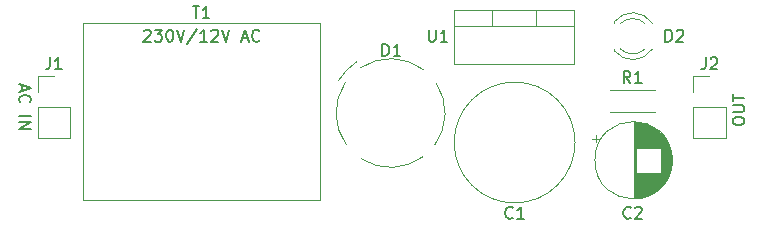
<source format=gbr>
%TF.GenerationSoftware,KiCad,Pcbnew,9.0.4*%
%TF.CreationDate,2025-10-03T00:17:37+05:30*%
%TF.ProjectId,Project 3,50726f6a-6563-4742-9033-2e6b69636164,rev?*%
%TF.SameCoordinates,Original*%
%TF.FileFunction,Legend,Top*%
%TF.FilePolarity,Positive*%
%FSLAX46Y46*%
G04 Gerber Fmt 4.6, Leading zero omitted, Abs format (unit mm)*
G04 Created by KiCad (PCBNEW 9.0.4) date 2025-10-03 00:17:37*
%MOMM*%
%LPD*%
G01*
G04 APERTURE LIST*
%ADD10C,0.150000*%
%ADD11C,0.120000*%
%ADD12C,0.100000*%
G04 APERTURE END LIST*
D10*
X120830895Y-98119048D02*
X120830895Y-98595238D01*
X120545180Y-98023810D02*
X121545180Y-98357143D01*
X121545180Y-98357143D02*
X120545180Y-98690476D01*
X120640419Y-99595238D02*
X120592800Y-99547619D01*
X120592800Y-99547619D02*
X120545180Y-99404762D01*
X120545180Y-99404762D02*
X120545180Y-99309524D01*
X120545180Y-99309524D02*
X120592800Y-99166667D01*
X120592800Y-99166667D02*
X120688038Y-99071429D01*
X120688038Y-99071429D02*
X120783276Y-99023810D01*
X120783276Y-99023810D02*
X120973752Y-98976191D01*
X120973752Y-98976191D02*
X121116609Y-98976191D01*
X121116609Y-98976191D02*
X121307085Y-99023810D01*
X121307085Y-99023810D02*
X121402323Y-99071429D01*
X121402323Y-99071429D02*
X121497561Y-99166667D01*
X121497561Y-99166667D02*
X121545180Y-99309524D01*
X121545180Y-99309524D02*
X121545180Y-99404762D01*
X121545180Y-99404762D02*
X121497561Y-99547619D01*
X121497561Y-99547619D02*
X121449942Y-99595238D01*
X120545180Y-100785715D02*
X121545180Y-100785715D01*
X120545180Y-101261905D02*
X121545180Y-101261905D01*
X121545180Y-101261905D02*
X120545180Y-101833333D01*
X120545180Y-101833333D02*
X121545180Y-101833333D01*
X175261905Y-94454819D02*
X175261905Y-93454819D01*
X175261905Y-93454819D02*
X175500000Y-93454819D01*
X175500000Y-93454819D02*
X175642857Y-93502438D01*
X175642857Y-93502438D02*
X175738095Y-93597676D01*
X175738095Y-93597676D02*
X175785714Y-93692914D01*
X175785714Y-93692914D02*
X175833333Y-93883390D01*
X175833333Y-93883390D02*
X175833333Y-94026247D01*
X175833333Y-94026247D02*
X175785714Y-94216723D01*
X175785714Y-94216723D02*
X175738095Y-94311961D01*
X175738095Y-94311961D02*
X175642857Y-94407200D01*
X175642857Y-94407200D02*
X175500000Y-94454819D01*
X175500000Y-94454819D02*
X175261905Y-94454819D01*
X176214286Y-93550057D02*
X176261905Y-93502438D01*
X176261905Y-93502438D02*
X176357143Y-93454819D01*
X176357143Y-93454819D02*
X176595238Y-93454819D01*
X176595238Y-93454819D02*
X176690476Y-93502438D01*
X176690476Y-93502438D02*
X176738095Y-93550057D01*
X176738095Y-93550057D02*
X176785714Y-93645295D01*
X176785714Y-93645295D02*
X176785714Y-93740533D01*
X176785714Y-93740533D02*
X176738095Y-93883390D01*
X176738095Y-93883390D02*
X176166667Y-94454819D01*
X176166667Y-94454819D02*
X176785714Y-94454819D01*
X178666666Y-95799819D02*
X178666666Y-96514104D01*
X178666666Y-96514104D02*
X178619047Y-96656961D01*
X178619047Y-96656961D02*
X178523809Y-96752200D01*
X178523809Y-96752200D02*
X178380952Y-96799819D01*
X178380952Y-96799819D02*
X178285714Y-96799819D01*
X179095238Y-95895057D02*
X179142857Y-95847438D01*
X179142857Y-95847438D02*
X179238095Y-95799819D01*
X179238095Y-95799819D02*
X179476190Y-95799819D01*
X179476190Y-95799819D02*
X179571428Y-95847438D01*
X179571428Y-95847438D02*
X179619047Y-95895057D01*
X179619047Y-95895057D02*
X179666666Y-95990295D01*
X179666666Y-95990295D02*
X179666666Y-96085533D01*
X179666666Y-96085533D02*
X179619047Y-96228390D01*
X179619047Y-96228390D02*
X179047619Y-96799819D01*
X179047619Y-96799819D02*
X179666666Y-96799819D01*
X180954819Y-101264999D02*
X180954819Y-101074523D01*
X180954819Y-101074523D02*
X181002438Y-100979285D01*
X181002438Y-100979285D02*
X181097676Y-100884047D01*
X181097676Y-100884047D02*
X181288152Y-100836428D01*
X181288152Y-100836428D02*
X181621485Y-100836428D01*
X181621485Y-100836428D02*
X181811961Y-100884047D01*
X181811961Y-100884047D02*
X181907200Y-100979285D01*
X181907200Y-100979285D02*
X181954819Y-101074523D01*
X181954819Y-101074523D02*
X181954819Y-101264999D01*
X181954819Y-101264999D02*
X181907200Y-101360237D01*
X181907200Y-101360237D02*
X181811961Y-101455475D01*
X181811961Y-101455475D02*
X181621485Y-101503094D01*
X181621485Y-101503094D02*
X181288152Y-101503094D01*
X181288152Y-101503094D02*
X181097676Y-101455475D01*
X181097676Y-101455475D02*
X181002438Y-101360237D01*
X181002438Y-101360237D02*
X180954819Y-101264999D01*
X180954819Y-100407856D02*
X181764342Y-100407856D01*
X181764342Y-100407856D02*
X181859580Y-100360237D01*
X181859580Y-100360237D02*
X181907200Y-100312618D01*
X181907200Y-100312618D02*
X181954819Y-100217380D01*
X181954819Y-100217380D02*
X181954819Y-100026904D01*
X181954819Y-100026904D02*
X181907200Y-99931666D01*
X181907200Y-99931666D02*
X181859580Y-99884047D01*
X181859580Y-99884047D02*
X181764342Y-99836428D01*
X181764342Y-99836428D02*
X180954819Y-99836428D01*
X180954819Y-99503094D02*
X180954819Y-98931666D01*
X181954819Y-99217380D02*
X180954819Y-99217380D01*
X162333333Y-109359580D02*
X162285714Y-109407200D01*
X162285714Y-109407200D02*
X162142857Y-109454819D01*
X162142857Y-109454819D02*
X162047619Y-109454819D01*
X162047619Y-109454819D02*
X161904762Y-109407200D01*
X161904762Y-109407200D02*
X161809524Y-109311961D01*
X161809524Y-109311961D02*
X161761905Y-109216723D01*
X161761905Y-109216723D02*
X161714286Y-109026247D01*
X161714286Y-109026247D02*
X161714286Y-108883390D01*
X161714286Y-108883390D02*
X161761905Y-108692914D01*
X161761905Y-108692914D02*
X161809524Y-108597676D01*
X161809524Y-108597676D02*
X161904762Y-108502438D01*
X161904762Y-108502438D02*
X162047619Y-108454819D01*
X162047619Y-108454819D02*
X162142857Y-108454819D01*
X162142857Y-108454819D02*
X162285714Y-108502438D01*
X162285714Y-108502438D02*
X162333333Y-108550057D01*
X163285714Y-109454819D02*
X162714286Y-109454819D01*
X163000000Y-109454819D02*
X163000000Y-108454819D01*
X163000000Y-108454819D02*
X162904762Y-108597676D01*
X162904762Y-108597676D02*
X162809524Y-108692914D01*
X162809524Y-108692914D02*
X162714286Y-108740533D01*
X155238095Y-93454819D02*
X155238095Y-94264342D01*
X155238095Y-94264342D02*
X155285714Y-94359580D01*
X155285714Y-94359580D02*
X155333333Y-94407200D01*
X155333333Y-94407200D02*
X155428571Y-94454819D01*
X155428571Y-94454819D02*
X155619047Y-94454819D01*
X155619047Y-94454819D02*
X155714285Y-94407200D01*
X155714285Y-94407200D02*
X155761904Y-94359580D01*
X155761904Y-94359580D02*
X155809523Y-94264342D01*
X155809523Y-94264342D02*
X155809523Y-93454819D01*
X156809523Y-94454819D02*
X156238095Y-94454819D01*
X156523809Y-94454819D02*
X156523809Y-93454819D01*
X156523809Y-93454819D02*
X156428571Y-93597676D01*
X156428571Y-93597676D02*
X156333333Y-93692914D01*
X156333333Y-93692914D02*
X156238095Y-93740533D01*
X123166666Y-95799819D02*
X123166666Y-96514104D01*
X123166666Y-96514104D02*
X123119047Y-96656961D01*
X123119047Y-96656961D02*
X123023809Y-96752200D01*
X123023809Y-96752200D02*
X122880952Y-96799819D01*
X122880952Y-96799819D02*
X122785714Y-96799819D01*
X124166666Y-96799819D02*
X123595238Y-96799819D01*
X123880952Y-96799819D02*
X123880952Y-95799819D01*
X123880952Y-95799819D02*
X123785714Y-95942676D01*
X123785714Y-95942676D02*
X123690476Y-96037914D01*
X123690476Y-96037914D02*
X123595238Y-96085533D01*
X151301905Y-95660819D02*
X151301905Y-94660819D01*
X151301905Y-94660819D02*
X151540000Y-94660819D01*
X151540000Y-94660819D02*
X151682857Y-94708438D01*
X151682857Y-94708438D02*
X151778095Y-94803676D01*
X151778095Y-94803676D02*
X151825714Y-94898914D01*
X151825714Y-94898914D02*
X151873333Y-95089390D01*
X151873333Y-95089390D02*
X151873333Y-95232247D01*
X151873333Y-95232247D02*
X151825714Y-95422723D01*
X151825714Y-95422723D02*
X151778095Y-95517961D01*
X151778095Y-95517961D02*
X151682857Y-95613200D01*
X151682857Y-95613200D02*
X151540000Y-95660819D01*
X151540000Y-95660819D02*
X151301905Y-95660819D01*
X152825714Y-95660819D02*
X152254286Y-95660819D01*
X152540000Y-95660819D02*
X152540000Y-94660819D01*
X152540000Y-94660819D02*
X152444762Y-94803676D01*
X152444762Y-94803676D02*
X152349524Y-94898914D01*
X152349524Y-94898914D02*
X152254286Y-94946533D01*
X172293333Y-97954819D02*
X171960000Y-97478628D01*
X171721905Y-97954819D02*
X171721905Y-96954819D01*
X171721905Y-96954819D02*
X172102857Y-96954819D01*
X172102857Y-96954819D02*
X172198095Y-97002438D01*
X172198095Y-97002438D02*
X172245714Y-97050057D01*
X172245714Y-97050057D02*
X172293333Y-97145295D01*
X172293333Y-97145295D02*
X172293333Y-97288152D01*
X172293333Y-97288152D02*
X172245714Y-97383390D01*
X172245714Y-97383390D02*
X172198095Y-97431009D01*
X172198095Y-97431009D02*
X172102857Y-97478628D01*
X172102857Y-97478628D02*
X171721905Y-97478628D01*
X173245714Y-97954819D02*
X172674286Y-97954819D01*
X172960000Y-97954819D02*
X172960000Y-96954819D01*
X172960000Y-96954819D02*
X172864762Y-97097676D01*
X172864762Y-97097676D02*
X172769524Y-97192914D01*
X172769524Y-97192914D02*
X172674286Y-97240533D01*
X135238095Y-91454819D02*
X135809523Y-91454819D01*
X135523809Y-92454819D02*
X135523809Y-91454819D01*
X136666666Y-92454819D02*
X136095238Y-92454819D01*
X136380952Y-92454819D02*
X136380952Y-91454819D01*
X136380952Y-91454819D02*
X136285714Y-91597676D01*
X136285714Y-91597676D02*
X136190476Y-91692914D01*
X136190476Y-91692914D02*
X136095238Y-91740533D01*
X131119047Y-93550057D02*
X131166666Y-93502438D01*
X131166666Y-93502438D02*
X131261904Y-93454819D01*
X131261904Y-93454819D02*
X131499999Y-93454819D01*
X131499999Y-93454819D02*
X131595237Y-93502438D01*
X131595237Y-93502438D02*
X131642856Y-93550057D01*
X131642856Y-93550057D02*
X131690475Y-93645295D01*
X131690475Y-93645295D02*
X131690475Y-93740533D01*
X131690475Y-93740533D02*
X131642856Y-93883390D01*
X131642856Y-93883390D02*
X131071428Y-94454819D01*
X131071428Y-94454819D02*
X131690475Y-94454819D01*
X132023809Y-93454819D02*
X132642856Y-93454819D01*
X132642856Y-93454819D02*
X132309523Y-93835771D01*
X132309523Y-93835771D02*
X132452380Y-93835771D01*
X132452380Y-93835771D02*
X132547618Y-93883390D01*
X132547618Y-93883390D02*
X132595237Y-93931009D01*
X132595237Y-93931009D02*
X132642856Y-94026247D01*
X132642856Y-94026247D02*
X132642856Y-94264342D01*
X132642856Y-94264342D02*
X132595237Y-94359580D01*
X132595237Y-94359580D02*
X132547618Y-94407200D01*
X132547618Y-94407200D02*
X132452380Y-94454819D01*
X132452380Y-94454819D02*
X132166666Y-94454819D01*
X132166666Y-94454819D02*
X132071428Y-94407200D01*
X132071428Y-94407200D02*
X132023809Y-94359580D01*
X133261904Y-93454819D02*
X133357142Y-93454819D01*
X133357142Y-93454819D02*
X133452380Y-93502438D01*
X133452380Y-93502438D02*
X133499999Y-93550057D01*
X133499999Y-93550057D02*
X133547618Y-93645295D01*
X133547618Y-93645295D02*
X133595237Y-93835771D01*
X133595237Y-93835771D02*
X133595237Y-94073866D01*
X133595237Y-94073866D02*
X133547618Y-94264342D01*
X133547618Y-94264342D02*
X133499999Y-94359580D01*
X133499999Y-94359580D02*
X133452380Y-94407200D01*
X133452380Y-94407200D02*
X133357142Y-94454819D01*
X133357142Y-94454819D02*
X133261904Y-94454819D01*
X133261904Y-94454819D02*
X133166666Y-94407200D01*
X133166666Y-94407200D02*
X133119047Y-94359580D01*
X133119047Y-94359580D02*
X133071428Y-94264342D01*
X133071428Y-94264342D02*
X133023809Y-94073866D01*
X133023809Y-94073866D02*
X133023809Y-93835771D01*
X133023809Y-93835771D02*
X133071428Y-93645295D01*
X133071428Y-93645295D02*
X133119047Y-93550057D01*
X133119047Y-93550057D02*
X133166666Y-93502438D01*
X133166666Y-93502438D02*
X133261904Y-93454819D01*
X133880952Y-93454819D02*
X134214285Y-94454819D01*
X134214285Y-94454819D02*
X134547618Y-93454819D01*
X135595237Y-93407200D02*
X134738095Y-94692914D01*
X136452380Y-94454819D02*
X135880952Y-94454819D01*
X136166666Y-94454819D02*
X136166666Y-93454819D01*
X136166666Y-93454819D02*
X136071428Y-93597676D01*
X136071428Y-93597676D02*
X135976190Y-93692914D01*
X135976190Y-93692914D02*
X135880952Y-93740533D01*
X136833333Y-93550057D02*
X136880952Y-93502438D01*
X136880952Y-93502438D02*
X136976190Y-93454819D01*
X136976190Y-93454819D02*
X137214285Y-93454819D01*
X137214285Y-93454819D02*
X137309523Y-93502438D01*
X137309523Y-93502438D02*
X137357142Y-93550057D01*
X137357142Y-93550057D02*
X137404761Y-93645295D01*
X137404761Y-93645295D02*
X137404761Y-93740533D01*
X137404761Y-93740533D02*
X137357142Y-93883390D01*
X137357142Y-93883390D02*
X136785714Y-94454819D01*
X136785714Y-94454819D02*
X137404761Y-94454819D01*
X137690476Y-93454819D02*
X138023809Y-94454819D01*
X138023809Y-94454819D02*
X138357142Y-93454819D01*
X139404762Y-94169104D02*
X139880952Y-94169104D01*
X139309524Y-94454819D02*
X139642857Y-93454819D01*
X139642857Y-93454819D02*
X139976190Y-94454819D01*
X140880952Y-94359580D02*
X140833333Y-94407200D01*
X140833333Y-94407200D02*
X140690476Y-94454819D01*
X140690476Y-94454819D02*
X140595238Y-94454819D01*
X140595238Y-94454819D02*
X140452381Y-94407200D01*
X140452381Y-94407200D02*
X140357143Y-94311961D01*
X140357143Y-94311961D02*
X140309524Y-94216723D01*
X140309524Y-94216723D02*
X140261905Y-94026247D01*
X140261905Y-94026247D02*
X140261905Y-93883390D01*
X140261905Y-93883390D02*
X140309524Y-93692914D01*
X140309524Y-93692914D02*
X140357143Y-93597676D01*
X140357143Y-93597676D02*
X140452381Y-93502438D01*
X140452381Y-93502438D02*
X140595238Y-93454819D01*
X140595238Y-93454819D02*
X140690476Y-93454819D01*
X140690476Y-93454819D02*
X140833333Y-93502438D01*
X140833333Y-93502438D02*
X140880952Y-93550057D01*
X172333333Y-109359580D02*
X172285714Y-109407200D01*
X172285714Y-109407200D02*
X172142857Y-109454819D01*
X172142857Y-109454819D02*
X172047619Y-109454819D01*
X172047619Y-109454819D02*
X171904762Y-109407200D01*
X171904762Y-109407200D02*
X171809524Y-109311961D01*
X171809524Y-109311961D02*
X171761905Y-109216723D01*
X171761905Y-109216723D02*
X171714286Y-109026247D01*
X171714286Y-109026247D02*
X171714286Y-108883390D01*
X171714286Y-108883390D02*
X171761905Y-108692914D01*
X171761905Y-108692914D02*
X171809524Y-108597676D01*
X171809524Y-108597676D02*
X171904762Y-108502438D01*
X171904762Y-108502438D02*
X172047619Y-108454819D01*
X172047619Y-108454819D02*
X172142857Y-108454819D01*
X172142857Y-108454819D02*
X172285714Y-108502438D01*
X172285714Y-108502438D02*
X172333333Y-108550057D01*
X172714286Y-108550057D02*
X172761905Y-108502438D01*
X172761905Y-108502438D02*
X172857143Y-108454819D01*
X172857143Y-108454819D02*
X173095238Y-108454819D01*
X173095238Y-108454819D02*
X173190476Y-108502438D01*
X173190476Y-108502438D02*
X173238095Y-108550057D01*
X173238095Y-108550057D02*
X173285714Y-108645295D01*
X173285714Y-108645295D02*
X173285714Y-108740533D01*
X173285714Y-108740533D02*
X173238095Y-108883390D01*
X173238095Y-108883390D02*
X172666667Y-109454819D01*
X172666667Y-109454819D02*
X173285714Y-109454819D01*
D11*
%TO.C,D2*%
X174171437Y-95080000D02*
G75*
G02*
X170940000Y-95235516I-1671437J1080000D01*
G01*
X173540961Y-95080000D02*
G75*
G02*
X171459039Y-95080000I-1040961J1080000D01*
G01*
X171459039Y-92920000D02*
G75*
G02*
X173540961Y-92920000I1040961J-1080000D01*
G01*
X170940000Y-92764484D02*
G75*
G02*
X174171437Y-92920000I1560000J-1235516D01*
G01*
X170940000Y-95080000D02*
X170940000Y-95236000D01*
X170940000Y-92764000D02*
X170940000Y-92920000D01*
%TO.C,J2*%
X180380000Y-99995000D02*
X180380000Y-102645000D01*
X177620000Y-102645000D02*
X180380000Y-102645000D01*
X177620000Y-99995000D02*
X180380000Y-99995000D01*
X177620000Y-99995000D02*
X177620000Y-102645000D01*
X177620000Y-98725000D02*
X177620000Y-97345000D01*
X177620000Y-97345000D02*
X179000000Y-97345000D01*
%TO.C,C1*%
X167620000Y-103000000D02*
G75*
G02*
X157380000Y-103000000I-5120000J0D01*
G01*
X157380000Y-103000000D02*
G75*
G02*
X167620000Y-103000000I5120000J0D01*
G01*
%TO.C,U1*%
X167570000Y-96360000D02*
X157350000Y-96360000D01*
X167570000Y-91740000D02*
X167570000Y-96360000D01*
X164310000Y-91740000D02*
X164310000Y-93120000D01*
X160610000Y-91740000D02*
X160610000Y-93120000D01*
X157350000Y-96360000D02*
X157350000Y-91740000D01*
X157350000Y-93120000D02*
X167570000Y-93120000D01*
X157350000Y-91740000D02*
X167570000Y-91740000D01*
%TO.C,J1*%
X124880000Y-99995000D02*
X124880000Y-102645000D01*
X122120000Y-102645000D02*
X124880000Y-102645000D01*
X122120000Y-99995000D02*
X124880000Y-99995000D01*
X122120000Y-99995000D02*
X122120000Y-102645000D01*
X122120000Y-98725000D02*
X122120000Y-97345000D01*
X122120000Y-97345000D02*
X123500000Y-97345000D01*
%TO.C,D1*%
X155850000Y-97950000D02*
G75*
G02*
X155747584Y-103198261I-3850000J-2550000D01*
G01*
X154750000Y-104200000D02*
G75*
G02*
X149508533Y-104378800I-2750000J3700000D01*
G01*
X149400000Y-96700000D02*
G75*
G02*
X154754731Y-96810629I2600000J-3800000D01*
G01*
X148250000Y-103200000D02*
G75*
G02*
X148170569Y-97913891I3750000J2700000D01*
G01*
X147545513Y-97816243D02*
G75*
G02*
X149150000Y-96150000I4454487J-2683757D01*
G01*
%TO.C,R1*%
X170540000Y-100420000D02*
X174380000Y-100420000D01*
X170540000Y-98580000D02*
X174380000Y-98580000D01*
%TO.C,T1*%
D12*
X126000000Y-92850000D02*
X146000000Y-92850000D01*
X146000000Y-107850000D01*
X126000000Y-107850000D01*
X126000000Y-92850000D01*
D11*
%TO.C,C2*%
X175837621Y-104500000D02*
G75*
G02*
X169297621Y-104500000I-3270000J0D01*
G01*
X169297621Y-104500000D02*
G75*
G02*
X175837621Y-104500000I3270000J0D01*
G01*
X175807621Y-104098000D02*
X175807621Y-104902000D01*
X175767621Y-103867000D02*
X175767621Y-105133000D01*
X175727621Y-103699000D02*
X175727621Y-105301000D01*
X175687621Y-103561000D02*
X175687621Y-105439000D01*
X175647621Y-103442000D02*
X175647621Y-105558000D01*
X175607621Y-103335000D02*
X175607621Y-105665000D01*
X175567621Y-103239000D02*
X175567621Y-105761000D01*
X175527621Y-103150000D02*
X175527621Y-105850000D01*
X175487621Y-103068000D02*
X175487621Y-105932000D01*
X175447621Y-102991000D02*
X175447621Y-106009000D01*
X175407621Y-102919000D02*
X175407621Y-106081000D01*
X175367621Y-102851000D02*
X175367621Y-106149000D01*
X175327621Y-102786000D02*
X175327621Y-106214000D01*
X175287621Y-102725000D02*
X175287621Y-106275000D01*
X175247621Y-102666000D02*
X175247621Y-106334000D01*
X175207621Y-102610000D02*
X175207621Y-106390000D01*
X175167621Y-102557000D02*
X175167621Y-106443000D01*
X175127621Y-102505000D02*
X175127621Y-106495000D01*
X175087621Y-102456000D02*
X175087621Y-106544000D01*
X175047621Y-102409000D02*
X175047621Y-106591000D01*
X175007621Y-102363000D02*
X175007621Y-106637000D01*
X174967621Y-102319000D02*
X174967621Y-106681000D01*
X174927621Y-102277000D02*
X174927621Y-106723000D01*
X174887621Y-102236000D02*
X174887621Y-106764000D01*
X174847621Y-105540000D02*
X174847621Y-106804000D01*
X174847621Y-102196000D02*
X174847621Y-103460000D01*
X174807621Y-105540000D02*
X174807621Y-106842000D01*
X174807621Y-102158000D02*
X174807621Y-103460000D01*
X174767621Y-105540000D02*
X174767621Y-106879000D01*
X174767621Y-102121000D02*
X174767621Y-103460000D01*
X174727621Y-105540000D02*
X174727621Y-106915000D01*
X174727621Y-102085000D02*
X174727621Y-103460000D01*
X174687621Y-105540000D02*
X174687621Y-106950000D01*
X174687621Y-102050000D02*
X174687621Y-103460000D01*
X174647621Y-105540000D02*
X174647621Y-106983000D01*
X174647621Y-102017000D02*
X174647621Y-103460000D01*
X174607621Y-105540000D02*
X174607621Y-107016000D01*
X174607621Y-101984000D02*
X174607621Y-103460000D01*
X174567621Y-105540000D02*
X174567621Y-107047000D01*
X174567621Y-101953000D02*
X174567621Y-103460000D01*
X174527621Y-105540000D02*
X174527621Y-107077000D01*
X174527621Y-101923000D02*
X174527621Y-103460000D01*
X174487621Y-105540000D02*
X174487621Y-107107000D01*
X174487621Y-101893000D02*
X174487621Y-103460000D01*
X174447621Y-105540000D02*
X174447621Y-107136000D01*
X174447621Y-101864000D02*
X174447621Y-103460000D01*
X174407621Y-105540000D02*
X174407621Y-107163000D01*
X174407621Y-101837000D02*
X174407621Y-103460000D01*
X174367621Y-105540000D02*
X174367621Y-107190000D01*
X174367621Y-101810000D02*
X174367621Y-103460000D01*
X174327621Y-105540000D02*
X174327621Y-107216000D01*
X174327621Y-101784000D02*
X174327621Y-103460000D01*
X174287621Y-105540000D02*
X174287621Y-107241000D01*
X174287621Y-101759000D02*
X174287621Y-103460000D01*
X174247621Y-105540000D02*
X174247621Y-107265000D01*
X174247621Y-101735000D02*
X174247621Y-103460000D01*
X174207621Y-105540000D02*
X174207621Y-107289000D01*
X174207621Y-101711000D02*
X174207621Y-103460000D01*
X174167621Y-105540000D02*
X174167621Y-107312000D01*
X174167621Y-101688000D02*
X174167621Y-103460000D01*
X174127621Y-105540000D02*
X174127621Y-107334000D01*
X174127621Y-101666000D02*
X174127621Y-103460000D01*
X174087621Y-105540000D02*
X174087621Y-107355000D01*
X174087621Y-101645000D02*
X174087621Y-103460000D01*
X174047621Y-105540000D02*
X174047621Y-107376000D01*
X174047621Y-101624000D02*
X174047621Y-103460000D01*
X174007621Y-105540000D02*
X174007621Y-107396000D01*
X174007621Y-101604000D02*
X174007621Y-103460000D01*
X173967621Y-105540000D02*
X173967621Y-107415000D01*
X173967621Y-101585000D02*
X173967621Y-103460000D01*
X173927621Y-105540000D02*
X173927621Y-107434000D01*
X173927621Y-101566000D02*
X173927621Y-103460000D01*
X173887621Y-105540000D02*
X173887621Y-107452000D01*
X173887621Y-101548000D02*
X173887621Y-103460000D01*
X173847621Y-105540000D02*
X173847621Y-107469000D01*
X173847621Y-101531000D02*
X173847621Y-103460000D01*
X173807621Y-105540000D02*
X173807621Y-107486000D01*
X173807621Y-101514000D02*
X173807621Y-103460000D01*
X173767621Y-105540000D02*
X173767621Y-107502000D01*
X173767621Y-101498000D02*
X173767621Y-103460000D01*
X173727621Y-105540000D02*
X173727621Y-107517000D01*
X173727621Y-101483000D02*
X173727621Y-103460000D01*
X173687621Y-105540000D02*
X173687621Y-107532000D01*
X173687621Y-101468000D02*
X173687621Y-103460000D01*
X173647621Y-105540000D02*
X173647621Y-107547000D01*
X173647621Y-101453000D02*
X173647621Y-103460000D01*
X173607621Y-105540000D02*
X173607621Y-107560000D01*
X173607621Y-101440000D02*
X173607621Y-103460000D01*
X173567621Y-105540000D02*
X173567621Y-107573000D01*
X173567621Y-101427000D02*
X173567621Y-103460000D01*
X173527621Y-105540000D02*
X173527621Y-107586000D01*
X173527621Y-101414000D02*
X173527621Y-103460000D01*
X173487621Y-105540000D02*
X173487621Y-107598000D01*
X173487621Y-101402000D02*
X173487621Y-103460000D01*
X173447621Y-105540000D02*
X173447621Y-107609000D01*
X173447621Y-101391000D02*
X173447621Y-103460000D01*
X173407621Y-105540000D02*
X173407621Y-107620000D01*
X173407621Y-101380000D02*
X173407621Y-103460000D01*
X173367621Y-105540000D02*
X173367621Y-107631000D01*
X173367621Y-101369000D02*
X173367621Y-103460000D01*
X173327621Y-105540000D02*
X173327621Y-107640000D01*
X173327621Y-101360000D02*
X173327621Y-103460000D01*
X173287621Y-105540000D02*
X173287621Y-107650000D01*
X173287621Y-101350000D02*
X173287621Y-103460000D01*
X173247621Y-105540000D02*
X173247621Y-107659000D01*
X173247621Y-101341000D02*
X173247621Y-103460000D01*
X173207621Y-105540000D02*
X173207621Y-107667000D01*
X173207621Y-101333000D02*
X173207621Y-103460000D01*
X173167621Y-105540000D02*
X173167621Y-107674000D01*
X173167621Y-101326000D02*
X173167621Y-103460000D01*
X173127621Y-105540000D02*
X173127621Y-107682000D01*
X173127621Y-101318000D02*
X173127621Y-103460000D01*
X173087621Y-105540000D02*
X173087621Y-107688000D01*
X173087621Y-101312000D02*
X173087621Y-103460000D01*
X173047621Y-105540000D02*
X173047621Y-107695000D01*
X173047621Y-101305000D02*
X173047621Y-103460000D01*
X173007621Y-105540000D02*
X173007621Y-107700000D01*
X173007621Y-101300000D02*
X173007621Y-103460000D01*
X172967621Y-105540000D02*
X172967621Y-107705000D01*
X172967621Y-101295000D02*
X172967621Y-103460000D01*
X172927621Y-105540000D02*
X172927621Y-107710000D01*
X172927621Y-101290000D02*
X172927621Y-103460000D01*
X172887621Y-105540000D02*
X172887621Y-107714000D01*
X172887621Y-101286000D02*
X172887621Y-103460000D01*
X172847621Y-105540000D02*
X172847621Y-107718000D01*
X172847621Y-101282000D02*
X172847621Y-103460000D01*
X172807621Y-105540000D02*
X172807621Y-107721000D01*
X172807621Y-101279000D02*
X172807621Y-103460000D01*
X172767621Y-101276000D02*
X172767621Y-107724000D01*
X172727621Y-101274000D02*
X172727621Y-107726000D01*
X172687621Y-101272000D02*
X172687621Y-107728000D01*
X172647621Y-101271000D02*
X172647621Y-107729000D01*
X172607621Y-101270000D02*
X172607621Y-107730000D01*
X172567621Y-101270000D02*
X172567621Y-107730000D01*
X169382380Y-102346000D02*
X169382380Y-102976000D01*
X169067380Y-102661000D02*
X169697380Y-102661000D01*
%TD*%
M02*

</source>
